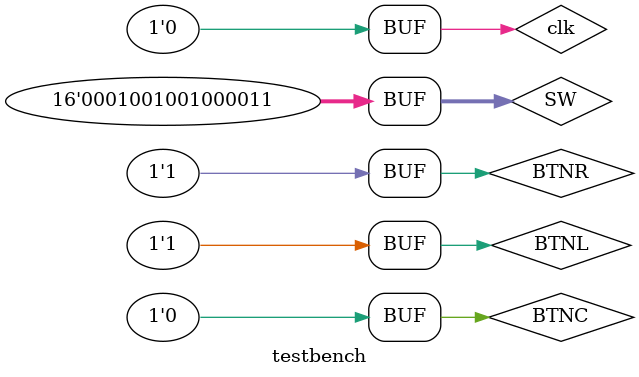
<source format=sv>
`timescale 1ns / 1ps


//module testbench( );
//    logic clk;
//    logic reset;
//    logic [31:0] writedata,dataadr;
//    logic memwrite;
    
//    top dut(clk,reset,writedata,dataadr,memwrite);
    
//    initial
//        begin
//            reset<=1;
//            #22; reset<=0;
//        end
     
//     always
//        begin
//            clk<=1;
//            #5;clk<=0;#5;
//        end
        
//     always @(negedge clk)
//        begin
//            if(memwrite) begin
//                if(dataadr===84&writedata===7)
//                begin
//                    $display("Simulation succeeded");
//                    $stop;
//                end 
//                else if(dataadr!==80)begin
//                    $display("Simulation failed");
//                    $stop;
//                end
//             end
//         end
//endmodule
module testbench();
    logic clk;
    logic BTNC,BTNL,BTNR;
    logic [15:0]SW;
    logic [7:0] AN;
    logic [6:0]A2G;
    
    top test(clk,BTNC,BTNL,BTNR,SW,AN,A2G);
    initial
    begin
        BTNC<=1;
        #10;
        BTNC<=0;
        #10;
        BTNL<=1;
        #10;
        BTNL<=0;
        #10;
        SW<=16'b0001_0010_0100_0011;
        BTNR<=1;
        BTNL<=1;
     end
        
     always begin
        clk<=1;
        #5;
        clk<=0;
        #5;
     end

endmodule

</source>
